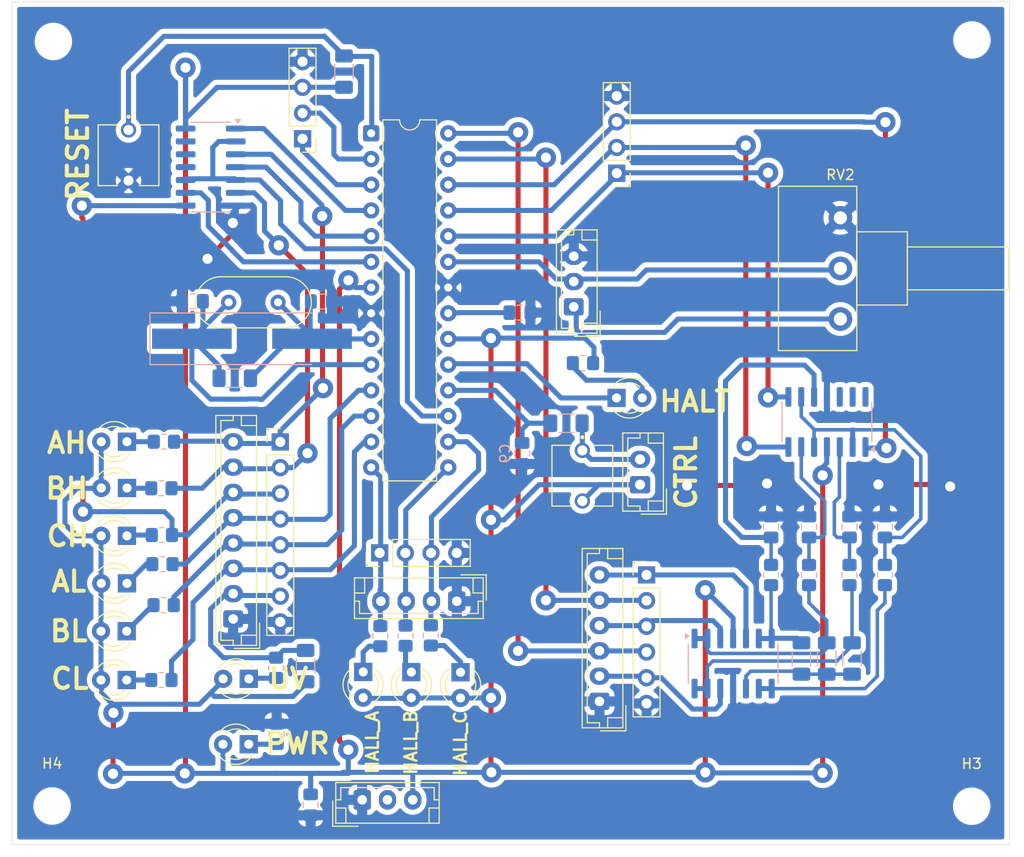
<source format=kicad_pcb>
(kicad_pcb (version 20241229) (generator "pcbnew") (generator_version "9.0")
  (layers (0 "F.Cu" signal) (2 "B.Cu" signal) (13 "F.Paste" user) (15 "B.Paste" user) (5 "F.SilkS" user "F.Silkscreen") (7 "B.SilkS" user "B.Silkscreen") (1 "F.Mask" user) (3 "B.Mask" user) (25 "Edge.Cuts" user))
  (net 0 "")
  (net 1 "GND")
  (net 2 "Net-(U1-XTAL1{slash}PB6)")
  (net 3 "Net-(U1-XTAL2{slash}PB7)")
  (net 4 "VN_voltageBuffFilt")
  (net 5 "AREF")
  (net 6 "Net-(D1-A)")
  (net 7 "Net-(D1-K)")
  (net 8 "HallA")
  (net 9 "Net-(D2-K)")
  (net 10 "Net-(D3-K)")
  (net 11 "HallC")
  (net 12 "HallB")
  (net 13 "Net-(D4-K)")
  (net 14 "Net-(D5-K)")
  (net 15 "Net-(D6-K)")
  (net 16 "Fault")
  (net 17 "PhaseC voltage")
  (net 18 "PhaseA current")
  (net 19 "PhaseB current")
  (net 20 "PhaseA voltage")
  (net 21 "PhaseB voltage")
  (net 22 "+5V")
  (net 23 "+3.3V")
  (net 24 "{slash}Logic_BL")
  (net 25 "{slash}Logic_CH")
  (net 26 "{slash}Logic_BH")
  (net 27 "{slash}Logic_CL")
  (net 28 "{slash}Logic_AH")
  (net 29 "{slash}Logic_AL")
  (net 30 "emfZCD_A")
  (net 31 "emfZCD_B")
  (net 32 "emfZCS_C")
  (net 33 "TX")
  (net 34 "RX")
  (net 35 "pot")
  (net 36 "Net-(U1-~{RESET}{slash}PC6)")
  (net 37 "AG_voltageBuff")
  (net 38 "VN")
  (net 39 "CG_voltageBuff")
  (net 40 "BG_voltageBuff")
  (net 41 "speed")
  (net 42 "MCU_AH")
  (net 43 "MCU_BH")
  (net 44 "MCU_CH")
  (net 48 "Net-(U3C--)")
  (net 49 "Net-(D7-K)")
  (net 50 "Net-(D8-K)")
  (net 51 "Net-(D9-K)")
  (net 52 "Net-(D10-K)")
  (net 53 "Net-(D11-K)")
  (net 54 "Net-(D12-K)")
  (net 55 "Net-(U2B--)")
  (net 56 "Net-(U2A-+)")
  (net 57 "Net-(U2C-+)")
  (net 58 "unconnected-(U2D---Pad13)")
  (net 61 "CTRL_BUTT")
  (net 62 "Net-(J13-Pin_2)")
  (footprint "Connector_PinHeader_2.54mm:PinHeader_1x08_P2.54mm_Vertical" (layer "F.Cu") (at 50.3575 64.935)
    (property "Reference" "J5" (hide yes))
    (property "Value" "Conn_01x08_Pin" (hide yes))
  )
  (footprint "LED_THT:LED_D3.0mm" (layer "F.Cu") (at 47.2375 94.805 180)
    (property "Reference" "D5" (hide yes))
    (property "Value" "PWR")
  )
  (footprint "LED_THT:LED_D3.0mm" (layer "F.Cu") (at 35.2075 64.91 180)
    (property "Reference" "D7" (hide yes))
    (property "Value" "AH")
  )
  (footprint "libMain:SW_BUTT-2" (layer "F.Cu") (at 35.3575 36.605 -90)
    (property "Reference" "SW1" (hide yes))
    (property "Value" "RESET")
  )
  (footprint "Connector_JST:JST_EH_B4B-EH-A_1x04_P2.50mm_Vertical" (layer "F.Cu") (at 67.8 80.675 180)
    (property "Reference" "J1" (hide yes))
    (property "Value" "Conn_01x04_Socket")
  )
  (footprint "Connector_JST:JST_EH_B6B-EH-A_1x06_P2.50mm_Vertical" (layer "F.Cu") (at 81.9 90.575 90)
    (property "Reference" "J2" (hide yes))
    (property "Value" "Conn_01x06_Socket")
  )
  (footprint "LED_THT:LED_D3.0mm" (layer "F.Cu") (at 35.1775 83.635 180)
    (property "Reference" "D11" (hide yes))
    (property "Value" "BL")
  )
  (footprint "Connector_PinHeader_2.54mm:PinHeader_1x04_P2.54mm_Vertical" (layer "F.Cu") (at 83.6075 38.375 180)
    (property "Reference" "J8" (hide yes))
    (property "Value" "Conn_01x04_Pin")
  )
  (footprint "Connector_PinHeader_2.54mm:PinHeader_1x04_P2.54mm_Vertical" (layer "F.Cu") (at 60.175 75.9 90)
    (property "Reference" "J6" (hide yes))
    (property "Value" "Conn_01x04_Pin")
  )
  (footprint "Crystal:Crystal_HC49-4H_Vertical" (layer "F.Cu") (at 45.2575 51.135)
    (property "Reference" "Y2" (hide yes))
    (property "Value" "Crystal")
  )
  (footprint "Connector_PinHeader_2.54mm:PinHeader_1x06_P2.54mm_Vertical" (layer "F.Cu") (at 86.5525 78.075)
    (property "Reference" "J7" (hide yes))
    (property "Value" "Conn_01x06_Pin")
  )
  (footprint "LED_THT:LED_D3.0mm" (layer "F.Cu") (at 35.1825 88.46 180)
    (property "Reference" "D12" (hide yes))
    (property "Value" "CL")
  )
  (footprint "Potentiometer_THT:Potentiometer_Piher_T-16H_Single_Horizontal" (layer "F.Cu") (at 105.7075 52.785)
    (property "Reference" "RV2")
    (property "Value" "R_Potentiometer")
  )
  (footprint "Package_DIP:DIP-28_W7.62mm" (layer "F.Cu") (at 59.3375 34.435)
    (property "Reference" "U1" (hide yes))
    (property "Value" "ATmega328P-P")
  )
  (footprint "Connector_JST:JST_EH_B3B-EH-A_1x03_P2.50mm_Vertical" (layer "F.Cu") (at 79.3575 51.585 90)
    (property "Reference" "J10" (hide yes))
    (property "Value" "Conn_01x03_Socket")
  )
  (footprint "MountingHole:MountingHole_3.2mm_M3" (layer "F.Cu") (at 27.9325 25.36)
    (property "Reference" "H1" (hide yes))
    (property "Value" "MountingHole")
  )
  (footprint "MountingHole:MountingHole_3.2mm_M3" (layer "F.Cu") (at 118.6825 100.935)
    (property "Reference" "H3")
    (property "Value" "MountingHole")
  )
  (footprint "Connector_PinHeader_2.54mm:PinHeader_1x04_P2.54mm_Vertical" (layer "F.Cu") (at 52.5575 34.975 180)
    (property "Reference" "J9" (hide yes))
    (property "Value" "Conn_01x04_Pin")
  )
  (footprint "Connector_JST:JST_EH_B2B-EH-A_1x02_P2.50mm_Vertical" (layer "F.Cu") (at 85.9075 69.16 90)
    (property "Reference" "J13" (hide yes))
    (property "Value" "CTRL")
  )
  (footprint "LED_THT:LED_D3.0mm" (layer "F.Cu") (at 35.2075 69.485 180)
    (property "Reference" "D8" (hide yes))
    (property "Value" "BH")
  )
  (footprint "Connector_JST:JST_EH_B3B-EH-A_1x03_P2.50mm_Vertical" (layer "F.Cu") (at 58.45 100.3)
    (property "Reference" "J3" (hide yes))
    (property "Value" "Conn_01x03_Socket")
  )
  (footprint "LED_THT:LED_D3.0mm" (layer "F.Cu") (at 63.3075 87.675 -90)
    (property "Reference" "D4" (hide yes))
    (property "Value" "HALL_B")
  )
  (footprint "Connector_JST:JST_EH_B8B-EH-A_1x08_P2.50mm_Vertical" (layer "F.Cu") (at 45.7 82.425 90)
    (property "Reference" "J4" (hide yes))
    (property "Value" "Conn_01x08_Socket")
  )
  (footprint "LED_THT:LED_D3.0mm" (layer "F.Cu") (at 47.2475 88.345 180)
    (property "Reference" "D6" (hide yes))
    (property "Value" "UV")
  )
  (footprint "libMain:SW_BUTT-2" (layer "F.Cu") (at 80.2075 68.2705 -90)
    (property "Reference" "SW3" (hide yes))
    (property "Value" "CTRL")
  )
  (footprint "MountingHole:MountingHole_3.2mm_M3" (layer "F.Cu") (at 118.7075 25.21)
    (property "Reference" "H2" (hide yes))
    (property "Value" "MountingHole")
  )
  (footprint "LED_THT:LED_D3.0mm" (layer "F.Cu") (at 83.5875 60.585)
    (property "Reference" "D1" (hide yes))
    (property "Value" "HALT")
  )
  (footprint "LED_THT:LED_D3.0mm" (layer "F.Cu") (at 35.2075 78.91 180)
    (property "Reference" "D10" (hide yes))
    (property "Value" "AL")
  )
  (footprint "LED_THT:LED_D3.0mm" (layer "F.Cu") (at 35.2025 74.21 180)
    (property "Reference" "D9" (hide yes))
    (property "Value" "CH")
  )
  (footprint "LED_THT:LED_D3.0mm" (layer "F.Cu") (at 58.5475 87.665 -90)
    (property "Reference" "D2" (hide yes))
    (property "Value" "HALL_A")
  )
  (footprint "MountingHole:MountingHole_3.2mm_M3" (layer "F.Cu") (at 27.8075 100.91)
    (property "Reference" "H4")
    (property "Value" "MountingHole")
  )
  (footprint "LED_THT:LED_D3.0mm" (layer "F.Cu") (at 68.1675 87.695 -90)
    (property "Reference" "D3" (hide yes))
    (property "Value" "HALL_C")
  )
  (footprint "Resistor_SMD:R_1206_3216Metric_Pad1.30x1.75mm_HandSolder" (layer "B.Cu") (at 101.8575 86.335 -90)
    (property "Reference" "R3" (hide yes))
    (property "Value" "10k")
  )
  (footprint "Crystal:Crystal_SMD_HC49-SD_HandSoldering" (layer "B.Cu") (at 47.5575 54.735)
    (property "Reference" "Y1" (hide yes))
    (property "Value" "Crystal")
  )
  (footprint "Resistor_SMD:R_1206_3216Metric_Pad1.30x1.75mm_HandSolder" (layer "B.Cu") (at 52.8575 87.085 90)
    (property "Reference" "R22" (hide yes))
    (property "Value" "10k")
  )
  (footprint "Capacitor_SMD:C_0805_2012Metric_Pad1.18x1.45mm_HandSolder" (layer "B.Cu") (at 110.1075 73.335 90)
    (property "Reference" "C3" (hide yes))
    (property "Value" "1u")
  )
  (footprint "Capacitor_SMD:C_0805_2012Metric_Pad1.18x1.45mm_HandSolder" (layer "B.Cu") (at 98.8575 73.335 90)
    (property "Reference" "C4" (hide yes))
    (property "Value" "1u")
  )
  (footprint "Capacitor_SMD:C_0805_2012Metric_Pad1.18x1.45mm_HandSolder" (layer "B.Cu") (at 102.6075 73.335 90)
    (property "Reference" "C5" (hide yes))
    (property "Value" "1u")
  )
  (footprint "Resistor_SMD:R_0805_2012Metric_Pad1.20x1.40mm_HandSolder" (layer "B.Cu") (at 102.6075 78.085 90)
    (property "Reference" "R8" (hide yes))
    (property "Value" "220")
  )
  (footprint "Capacitor_SMD:C_0805_2012Metric_Pad1.18x1.45mm_HandSolder" (layer "B.Cu") (at 54.4175 51.055)
    (property "Reference" "C1" (hide yes))
    (property "Value" "22p")
  )
  (footprint "Capacitor_SMD:C_0805_2012Metric_Pad1.18x1.45mm_HandSolder" (layer "B.Cu") (at 41.67 51.035 180)
    (property "Reference" "C2" (hide yes))
    (property "Value" "22p")
  )
  (footprint "Resistor_SMD:R_1206_3216Metric_Pad1.30x1.75mm_HandSolder" (layer "B.Cu") (at 106.8575 86.335 90)
    (property "Reference" "R4" (hide yes))
    (property "Value" "10k")
  )
  (footprint "Resistor_SMD:R_0805_2012Metric_Pad1.20x1.40mm_HandSolder" (layer "B.Cu") (at 49.9975 93.785 90)
    (property "Reference" "R14" (hide yes))
    (property "Value" "1k")
  )
  (footprint "Resistor_SMD:R_0805_2012Metric_Pad1.20x1.40mm_HandSolder" (layer "B.Cu") (at 62.7375 84.085 90)
    (property "Reference" "R12" (hide yes))
    (property "Value" "1k")
  )
  (footprint "Resistor_SMD:R_0805_2012Metric_Pad1.20x1.40mm_HandSolder" (layer "B.Cu") (at 38.8325 81.06)
    (property "Reference" "R20" (hide yes))
    (property "Value" "1k")
  )
  (footprint "Resistor_SMD:R_0805_2012Metric_Pad1.20x1.40mm_HandSolder" (layer "B.Cu") (at 38.8575 64.91)
    (property "Reference" "R16" (hide yes))
    (property "Value" "1k")
  )
  (footprint "Resistor_SMD:R_1206_3216Metric_Pad1.30x1.75mm_HandSolder" (layer "B.Cu") (at 104.3575 86.335 90)
    (property "Reference" "R5" (hide yes))
    (property "Value" "10k")
  )
  (footprint "Resistor_SMD:R_0805_2012Metric_Pad1.20x1.40mm_HandSolder" (layer "B.Cu") (at 80.2675 57.145 180)
    (property "Reference" "R10" (hide yes))
    (property "Value" "1k")
  )
  (footprint "Resistor_SMD:R_0805_2012Metric_Pad1.20x1.40mm_HandSolder" (layer "B.Cu") (at 98.8575 78.085 90)
    (property "Reference" "R7" (hide yes))
    (property "Value" "220")
  )
  (footprint "Resistor_SMD:R_0805_2012Metric_Pad1.20x1.40mm_HandSolder" (layer "B.Cu") (at 38.6075 88.46)
    (property "Reference" "R21" (hide yes))
    (property "Value" "1k")
  )
  (footprint "Package_SO:SOIC-14_3.9x8.7mm_P1.27mm" (layer "B.Cu") (at 43.4825 37.775 180)
    (property "Reference" "U4" (hide yes))
    (property "Value" "7400")
  )
  (footprint "Resistor_SMD:R_0805_2012Metric_Pad1.20x1.40mm_HandSolder" (layer "B.Cu") (at 38.7075 77.01)
    (property "Reference" "R19" (hide yes))
    (property "Value" "1k")
  )
  (footprint "Resistor_SMD:R_0805_2012Metric_Pad1.20x1.40mm_HandSolder" (layer "B.Cu") (at 60.2475 84.125 90)
    (property "Reference" "R13" (hide yes))
    (property "Value" "1k")
  )
  (footprint "Resistor_SMD:R_0805_2012Metric_Pad1.20x1.40mm_HandSolder" (layer "B.Cu") (at 106.6075 78.085 90)
    (property "Reference" "R9" (hide yes))
    (property "Value" "220")
  )
  (footprint "Capacitor_SMD:C_0805_2012Metric_Pad1.18x1.45mm_HandSolder" (layer "B.Cu") (at 74.0375 52.155)
    (property "Reference" "C7" (hide yes))
    (property "Value" "1u")
  )
  (footprint "Resistor_SMD:R_0805_2012Metric_Pad1.20x1.40mm_HandSolder" (layer "B.Cu") (at 110.1075 78.085 90)
    (property "Reference" "R6" (hide yes))
    (property "Value" "220")
  )
  (footprint "Capacitor_SMD:C_0805_2012Metric_Pad1.18x1.45mm_HandSolder" (layer "B.Cu") (at 106.6075 73.335 90)
    (property "Reference" "C6" (hide yes))
    (property "Value" "1u")
  )
  (footprint "Package_SO:SOIC-14_3.9x8.7mm_P1.27mm" (layer "B.Cu") (at 95.1075 86.835 -90)
    (property "Reference" "U3" (hide yes))
    (property "Value" "LM324")
  )
  (footprint "Capacitor_SMD:C_0805_2012Metric_Pad1.18x1.45mm_HandSolder" (layer "B.Cu") (at 53.3575 100.7975 -90)
    (property "Reference" "C8" (hide yes))
    (property "Value" "10u")
  )
  (footprint "Capacitor_SMD:C_0805_2012Metric_Pad1.18x1.45mm_HandSolder" (layer "B.Cu") (at 74.2575 66.0725 -90)
    (property "Reference" "C9")
    (property "Value" "100n")
  )
  (footprint "Resistor_SMD:R_1206_3216Metric_Pad1.30x1.75mm_HandSolder" (layer "B.Cu") (at 56.6575 28.335 90)
    (property "Reference" "R2" (hide yes))
    (property "Value" "10k")
  )
  (footprint "Resistor_SMD:R_0805_2012Metric_Pad1.20x1.40mm_HandSolder" (layer "B.Cu") (at 49.9375 87.255 90)
    (property "Reference" "R15" (hide yes))
    (property "Value" "1k")
  )
  (footprint "Resistor_SMD:R_0805_2012Metric_Pad1.20x1.40mm_HandSolder" (layer "B.Cu") (at 38.6075 69.51)
    (property "Reference" "R17" (hide yes))
    (property "Value" "1k")
  )
  (footprint "Resistor_SMD:R_0805_2012Metric_Pad1.20x1.40mm_HandSolder" (layer "B.Cu") (at 38.6575 74.135)
    (property "Reference" "R18" (hide yes))
    (property "Value" "1k")
  )
  (footprint "Resistor_SMD:R_0805_2012Metric_Pad1.20x1.40mm_HandSolder" (layer "B.Cu") (at 65.2375 84.055 90)
    (property "Reference" "R11" (hide yes))
    (property "Value" "1k")
  )
  (footprint "Resistor_SMD:R_1206_3216Metric_Pad1.30x1.75mm_HandSolder" (layer "B.Cu") (at 78.6325 63.085)
    (property "Reference" "R23" (hide yes))
    (property "Value" "10k")
  )
  (footprint "Resistor_SMD:R_1206_3216Metric_Pad1.30x1.75mm_HandSolder" (layer "B.Cu") (at 45.8575 58.635 180)
    (property "Reference" "R1" (hide yes))
    (property "Value" "1M")
  )
  (footprint "Package_SO:SOIC-14_3.9x8.7mm_P1.27mm" (layer "B.Cu") (at 104.3775 62.96 90)
    (property "Reference" "U2" (hide yes))
    (property "Value" "LM324")
  )
  (gr_rect (start 23.8575 21.44) (end 122.4075 104.72) (stroke (width 0.05)) (fill no) (layer "Edge.Cuts"))
  (segment (start 90.5575 69.235) (end 98.2575 69.235) (width 0.5) (layer "F.Cu") (net 1))
  (segment (start 109.4575 69.135) (end 116.3575 69.135) (width 0.5) (layer "F.Cu") (net 1))
  (segment (start 116.3575 69.135) (end 116.5575 69.335) (width 0.5) (layer "F.Cu") (net 1))
  (segment (start 45.6675 44.335) (end 43.1675 46.835) (width 0.5) (layer "F.Cu") (net 1))
  (segment (start 98.2575 69.235) (end 98.4575 69.035) (width 0.5) (layer "F.Cu") (net 1))
  (segment (start 45.6675 43.295) (end 45.6675 44.335) (width 0.5) (layer "F.Cu") (net 1))
  (via (at 98.4575 69.035) (size 2) (drill 1) (layers "F.Cu" "B.Cu") (net 1))
  (via (at 43.1675 46.835) (size 2) (drill 1) (layers "F.Cu" "B.Cu") (net 1))
  (via (at 45.6675 43.295) (size 2) (drill 1) (layers "F.Cu" "B.Cu") (net 1))
  (via (at 90.5575 69.235) (size 2) (drill 1) (layers "F.Cu" "B.Cu") (net 1))
  (via (at 116.5575 69.335) (size 2) (drill 1) (layers "F.Cu" "B.Cu") (net 1))
  (via (at 109.4575 69.135) (size 2) (drill 1) (layers "F.Cu" "B.Cu") (net 1))
  (segment (start 86.3625 90.585) (end 86.5525 90.775) (width 0.5) (layer "B.Cu") (net 1))
  (segment (start 82.3125 90.585) (end 86.3625 90.585) (width 0.5) (layer "B.Cu") (net 1))
  (segment (start 45.6675 42.23) (end 46.3125 41.585) (width 0.5) (layer "B.Cu") (net 1))
  (segment (start 45.6675 43.295) (end 45.6675 42.23) (width 0.5) (layer "B.Cu") (net 1))
  (segment (start 53.515 54.755) (end 53.495 54.735) (width 0.5) (layer "B.Cu") (net 2))
  (segment (start 53.3075 54.5475) (end 53.495 54.735) (width 0.5) (layer "B.Cu") (net 2))
  (segment (start 53.3075 51.035) (end 53.3075 54.5475) (width 0.5) (layer "B.Cu") (net 2))
  (segment (start 53.495 54.4925) (end 50.1375 51.135) (width 0.5) (layer "B.Cu") (net 2))
  (segment (start 47.4075 58.635) (end 51.3075 54.735) (width 0.5) (layer "B.Cu") (net 2))
  (segment (start 53.495 54.735) (end 53.495 54.4925) (width 0.5) (layer "B.Cu") (net 2))
  (segment (start 51.3075 54.735) (end 53.495 54.735) (width 0.5) (layer "B.Cu") (net 2))
  (segment (start 59.3375 54.755) (end 53.515 54.755) (width 0.5) (layer "B.Cu") (net 2))
  (segment (start 41.6575 54.735) (end 45.2575 51.135) (width 0.5) (layer "B.Cu") (net 3))
  (segment (start 48.372 60.735) (end 48.322 60.685) (width 0.5) (layer "B.Cu") (net 3))
  (segment (start 43.479792 60.707292) (end 41.62 58.8475) (width 0.5) (layer "B.Cu") (net 3))
  (segment (start 45.0575 50.935) (end 45.2575 51.135) (width 0.5) (layer "B.Cu") (net 3))
  (segment (start 44.3075 57.4225) (end 41.62 54.735) (width 0.5) (layer "B.Cu") (net 3))
  (segment (start 47.1065 60.707292) (end 43.479792 60.707292) (width 0.5) (layer "B.Cu") (net 3))
  (segment (start 42.7075 53.6475) (end 42.7075 51.035) (width 0.5) (layer "B.Cu") (net 3))
  (segment (start 47.128792 60.685) (end 47.1065 60.707292) (width 0.5) (layer "B.Cu") (net 3))
  (segment (start 41.62 54.735) (end 41.6575 54.735) (width 0.5) (layer "B.Cu") (net 3))
  (segment (start 44.3075 58.635) (end 44.3075 57.4225) (width 0.5) (layer "B.Cu") (net 3))
  (segment (start 48.322 60.685) (end 47.128792 60.685) (width 0.5) (layer "B.Cu") (net 3))
  (segment (start 51.9975 57.295) (end 48.5575 60.735) (width 0.5) (layer "B.Cu") (net 3))
  (segment (start 48.5575 60.735) (end 48.372 60.735) (width 0.5) (layer "B.Cu") (net 3))
  (segment (start 41.62 54.735) (end 42.7075 53.6475) (width 0.5) (layer "B.Cu") (net 3))
  (segment (start 59.3375 57.295) (end 51.9975 57.295) (width 0.5) (layer "B.Cu") (net 3))
  (segment (start 41.62 58.8475) (end 41.62 54.735) (width 0.5) (layer "B.Cu") (net 3))
  (segment (start 113.6575 72.535) (end 111.82 74.3725) (width 0.35) (layer "B.Cu") (net 4))
  (segment (start 111.0575 63.735) (end 113.6575 66.335) (width 0.35) (layer "B.Cu") (net 4))
  (segment (start 113.6575 66.335) (end 113.6575 72.535) (width 0.35) (layer "B.Cu") (net 4))
  (segment (start 106.9575 63.735) (end 111.0575 63.735) (width 0.35) (layer "B.Cu") (net 4))
  (segment (start 106.6675 63.735) (end 106.9575 63.735) (width 0.35) (layer "B.Cu") (net 4))
  (segment (start 103.3575 63.735) (end 103.1575 63.735) (width 0.35) (layer "B.Cu") (net 4))
  (segment (start 106.9175 63.775) (end 106.9575 63.735) (width 0.5) (layer "B.Cu") (net 4))
  (segment (start 103.1075 63.785) (end 103.1575 63.735) (width 0.35) (layer "B.Cu") (net 4))
  (segment (start 106.6675 63.735) (end 103.3575 63.735) (width 0.35) (layer "B.Cu") (net 4))
  (segment (start 103.1075 65.435) (end 103.1075 63.785) (width 0.35) (layer "B.Cu") (net 4))
  (segment (start 111.82 74.3725) (end 110.1075 74.3725) (width 0.35) (layer "B.Cu") (net 4))
  (segment (start 101.8375 62.415) (end 103.1575 63.735) (width 0.35) (layer "B.Cu") (net 4))
  (segment (start 101.8375 60.485) (end 101.8375 62.415) (width 0.35) (layer "B.Cu") (net 4))
  (segment (start 106.9175 65.435) (end 106.9175 63.775) (width 0.5) (layer "B.Cu") (net 4))
  (segment (start 110.1075 74.3725) (end 110.1075 77.085) (width 0.35) (layer "B.Cu") (net 4))
  (segment (start 73 52.155) (end 68.0075 52.155) (width 0.5) (layer "B.Cu") (net 5))
  (segment (start 67.9875 52.175) (end 66.9975 52.175) (width 0.5) (layer "B.Cu") (net 5))
  (segment (start 66.9975 52.175) (end 66.9575 52.215) (width 0.5) (layer "B.Cu") (net 5))
  (segment (start 79.2675 57.495) (end 79.2675 57.145) (width 0.5) (layer "B.Cu") (net 6))
  (segment (start 80.6075 58.835) (end 79.2675 57.495) (width 0.5) (layer "B.Cu") (net 6))
  (segment (start 86.1275 59.605) (end 85.3575 58.835) (width 0.5) (layer "B.Cu") (net 6))
  (segment (start 85.3575 58.835) (end 80.6075 58.835) (width 0.5) (layer "B.Cu") (net 6))
  (segment (start 86.1275 60.585) (end 86.1275 59.605) (width 0.5) (layer "B.Cu") (net 6))
  (segment (start 78.1075 60.585) (end 74.7275 57.205) (width 0.5) (layer "B.Cu") (net 7))
  (segment (start 74.6175 57.205) (end 74.1075 57.205) (width 0.5) (layer "B.Cu") (net 7))
  (segment (start 74.1075 57.205) (end 67.0475 57.205) (width 0.5) (layer "B.Cu") (net 7))
  (segment (start 83.5875 60.585) (end 78.1075 60.585) (width 0.5) (layer "B.Cu") (net 7))
  (segment (start 74.7275 57.205) (end 74.1075 57.205) (width 0.5) (layer "B.Cu") (net 7))
  (segment (start 67.0475 57.205) (end 66.9575 57.295) (width 0.5) (layer "B.Cu") (net 7))
  (segment (start 60.2675 68.385) (end 60.2775 68.395) (width 0.5) (layer "B.Cu") (net 8))
  (segment (start 60.2875 79.495) (end 60.1975 79.585) (width 0.5) (layer "B.Cu") (net 8))
  (segment (start 60.1975 79.585) (end 60.2375 79.625) (width 0.5) (layer "B.Cu") (net 8))
  (segment (start 59.3375 67.455) (end 60.2675 68.385) (width 0.5) (layer "B.Cu") (net 8))
  (segment (start 60.2375 79.625) (end 60.2375 80.595) (width 0.5) (layer "B.Cu") (net 8))
  (segment (start 60.2875 78.135) (end 60.2875 79.495) (width 0.5) (layer "B.Cu") (net 8))
  (segment (start 60.2775 78.125) (end 60.2875 78.135) (width 0.5) (layer "B.Cu") (net 8))
  (segment (start 60.2475 83.125) (end 60.2475 80.605) (width 0.5) (layer "B.Cu") (net 8))
  (segment (start 60.2775 68.395) (end 60.2775 78.125) (width 0.5) (layer "B.Cu") (net 8))
  (segment (start 60.2475 80.605) (end 60.2375 80.595) (width 0.5) (layer "B.Cu") (net 8))
  (segment (start 59.1275 85.125) (end 58.5475 85.705) (width 0.5) (layer "B.Cu") (net 9))
  (segment (start 60.2475 85.125) (end 59.1275 85.125) (width 0.5) (layer "B.Cu") (net 9))
  (segment (start 58.5475 85.705) (end 58.5475 87.665) (width 0.5) (layer "B.Cu") (net 9))
  (segment (start 65.2375 85.055) (end 66.5575 85.055) (width 0.5) (layer "B.Cu") (net 10))
  (segment (start 68.1675 86.665) (end 68.1675 87.695) (width 0.5) (layer "B.Cu") (net 10))
  (segment (start 66.5575 85.055) (end 68.1675 86.665) (width 0.5) (layer "B.Cu") (net 10))
  (segment (start 69.9475 67.705) (end 65.2975 72.355) (width 0.5) (layer "B.Cu") (net 11))
  (segment (start 66.9575 64.915) (end 68.7975 64.915) (width 0.5) (layer "B.Cu") (net 11))
  (segment (start 65.2375 83.055) (end 65.2375 80.595) (width 0.5) (layer "B.Cu") (net 11))
  (segment (start 65.2875 80.545) (end 65.2375 80.595) (width 0.5) (layer "B.Cu") (net 11))
  (segment (start 69.9475 66.065) (end 69.9475 67.705) (width 0.5) (layer "B.Cu") (net 11))
  (segment (start 65.2875 74.735) (end 65.2875 80.545) (width 0.5) (layer "B.Cu") (net 11))
  (segment (start 65.2975 74.725) (end 65.2875 74.735) (width 0.5) (layer "B.Cu") (net 11))
  (segment (start 65.2975 72.355) (end 65.2975 74.725) (width 0.5) (layer "B.Cu") (net 11))
  (segment (start 68.7975 64.915) (end 69.9475 66.065) (width 0.5) (layer "B.Cu") (net 11))
  (segment (start 62.7575 71.675) (end 62.7475 71.665) (width 0.5) (layer "B.Cu") (net 12))
  (segment (start 62.7375 83.085) (end 62.7375 80.595) (width 0.5) (layer "B.Cu") (net 12))
  (segment (start 62.7375 80.595) (end 62.7375 77.835) (width 0.5) (layer "B.Cu") (net 12))
  (segment (start 62.7475 71.665) (end 66.9575 67.455) (width 0.5) (layer "B.Cu") (net 12))
  (segment (start 62.7575 77.755) (end 62.7575 71.675) (width 0.5) (layer "B.Cu") (net 12))
  (segment (start 62.7375 87.105) (end 62.7375 85.085) (width 0.5) (layer "B.Cu") (net 13))
  (segment (start 63.3075 87.675) (end 62.7375 87.105) (width 0.5) (layer "B.Cu") (net 13))
  (segment (start 49.9775 94.805) (end 49.9975 94.785) (width 0.5) (layer "B.Cu") (net 14))
  (segment (start 47.2375 94.805) (end 49.9775 94.805) (width 0.5) (layer "B.Cu") (net 14))
  (segment (start 49.7075 88.285) (end 47.3075 88.285) (width 0.5) (layer "B.Cu") (net 15))
  (segment (start 47.3075 88.285) (end 47.2475 88.345) (width 0.5) (layer "B.Cu") (net 15))
  (segment (start 45.7325 80.105) (end 50.3375 80.105) (width 0.5) (layer "B.Cu") (net 16))
  (segment (start 50.3375 80.105) (end 50.3575 80.085) (width 0.5) (layer "B.Cu") (net 16))
  (segment (start 52.8575 85.535) (end 50.6575 85.535) (width 0.5) (layer "B.Cu") (net 16))
  (segment (start 50.4175 80.115) (end 50.3575 80.175) (width 0.5) (layer "B.Cu") (net 16))
  (segment (start 46.2825 80.06) (end 44.8625 80.06) (width 0.5) (layer "B.Cu") (net 16))
  (segment (start 43.4775 85.005) (end 44.7275 86.255) (width 0.5) (layer "B.Cu") (net 16))
  (segment (start 50.6575 85.535) (end 49.9375 86.255) (width 0.5) (layer "B.Cu") (net 16))
  (segment (start 43.4775 81.445) (end 43.4775 85.005) (width 0.5) (layer "B.Cu") (net 16))
  (segment (start 44.7275 86.255) (end 49.9375 86.255) (width 0.5) (layer "B.Cu") (net 16))
  (segment (start 44.8625 80.06) (end 43.4775 81.445) (width 0.5) (layer "B.Cu") (net 16))
  (segment (start 91.1075 91.335) (end 88.0075 88.235) (width 0.5) (layer "B.Cu") (net 17))
  (segment (start 93.8375 90.855) (end 93.3575 91.335) (width 0.5) (layer "B.Cu") (net 17))
  (segment (start 93.3575 91.335) (end 91.1075 91.335) (width 0.5) (layer "B.Cu") (net 17))
  (segment (start 86.4025 88.085) (end 86.5525 88.235) (width 0.5) (layer "B.Cu") (net 17))
  (segment (start 93.8375 89.31) (end 93.8375 90.855) (width 0.5) (layer "B.Cu") (net 17))
  (segment (start 82.3125 88.085) (end 86.4025 88.085) (width 0.5) (layer "B.Cu") (net 17))
  (segment (start 88.0075 88.235) (end 86.5525 88.235) (width 0.5) (layer "B.Cu") (net 17))
  (segment (start 76.6075 80.585) (end 76.6075 36.835) (width 0.5) (layer "F.Cu") (net 18))
  (via (at 76.6075 36.835) (size 2) (drill 1) (layers "F.Cu" "B.Cu") (net 18))
  (via (at 76.6075 80.585) (size 2) (drill 1) (layers "F.Cu" "B.Cu") (net 18))
  (segment (start 86.5225 80.585) (end 86.5525 80.615) (width 0.5) (layer "B.Cu") (net 18))
  (segment (start 66.9575 36.975) (end 76.4675 36.975) (width 0.5) (layer "B.Cu") (net 18))
  (segment (start 82.3125 80.585) (end 76.6075 80.585) (width 0.5) (layer "B.Cu") (net 18))
  (segment (start 76.4675 36.975) (end 76.6075 36.835) (width 0.5) (layer "B.Cu") (net 18))
  (segment (start 82.3125 80.585) (end 86.5225 80.585) (width 0.5) (layer "B.Cu") (net 18))
  (segment (start 73.8575 34.335) (end 73.8575 85.585) (width 0.5) (layer "F.Cu") (net 19))
  (via (at 73.8575 85.585) (size 2) (drill 1) (layers "F.Cu" "B.Cu") (net 19))
  (via (at 73.8575 34.335) (size 2) (drill 1) (layers "F.Cu" "B.Cu") (net 19))
  (segment (start 73.7575 34.435) (end 66.9575 34.435) (width 0.5) (layer "B.Cu") (net 19))
  (segment (start 86.4425 85.585) (end 86.5525 85.695) (width 0.5) (layer "B.Cu") (net 19))
  (segment (start 82.3125 85.585) (end 86.4425 85.585) (width 0.5) (layer "B.Cu") (net 19))
  (segment (start 73.8575 85.585) (end 82.3125 85.585) (width 0.5) (layer "B.Cu") (net 19))
  (segment (start 73.8575 34.335) (end 73.7575 34.435) (width 0.5) (layer "B.Cu") (net 19))
  (segment (start 82.3125 78.085) (end 86.5425 78.085) (width 0.5) (layer "B.Cu") (net 20))
  (segment (start 96.3775 84.36) (end 96.3775 79.355) (width 0.5) (layer "B.Cu") (net 20))
  (segment (start 95.0975 78.075) (end 86.5525 78.075) (width 0.5) (layer "B.Cu") (net 20))
  (segment (start 96.3775 79.355) (end 95.0975 78.075) (width 0.5) (layer "B.Cu") (net 20))
  (segment (start 86.5425 78.085) (end 86.5525 78.075) (width 0.5) (layer "B.Cu") (net 20))
  (segment (start 93.1075 82.585) (end 87.1225 82.585) (width 0.5) (layer "B.Cu") (net 21))
  (segment (start 86.4825 83.085) (end 86.5525 83.155) (width 0.5) (layer "B.Cu") (net 21))
  (segment (start 93.8375 83.315) (end 93.1075 82.585) (width 0.5) (layer "B.Cu") (net 21))
  (segment (start 87.1225 82.585) (end 86.5525 83.155) (width 0.5) (layer "B.Cu") (net 21))
  (segment (start 82.3125 83.085) (end 86.4825 83.085) (width 0.5) (layer "B.Cu") (net 21))
  (segment (start 93.8375 84.36) (end 93.8375 83.315) (width 0.5) (layer "B.Cu") (net 21))
  (segment (start 33.8675 91.705) (end 33.8675 93.845) (width 0.5) (layer "F.Cu") (net 22))
  (segment (start 40.9875 27.945) (end 40.9875 97.615) (width 0.5) (layer "F.Cu") (net 22))
  (segment (start 40.9875 97.615) (end 40.9175 97.685) (width 0.5) (layer "F.Cu") (net 22))
  (segment (start 33.8675 93.845) (end 33.8275 93.885) (width 0.5) (layer "F.Cu") (net 22))
  (segment (start 56.2075 49.835) (end 56.2075 94.485) (width 0.5) (layer "F.Cu") (net 22))
  (segment (start 33.8275 93.885) (end 33.8275 97.725) (width 0.5) (layer "F.Cu") (net 22))
  (segment (start 71.1775 90.225) (end 71.1775 97.545) (width 0.5) (layer "F.Cu") (net 22))
  (segment (start 71.1775 72.635) (end 71.1775 54.675) (width 0.5) (layer "F.Cu") (net 22))
  (segment (start 92.3575 79.585) (end 92.3575 97.585) (width 0.5) (layer "F.Cu") (net 22))
  (segment (start 57.0875 48.955) (end 56.2075 49.835) (width 0.5) (layer "F.Cu") (net 22))
  (segment (start 103.9575 68.235) (end 103.9575 97.635) (width 0.5) (layer "F.Cu") (net 22))
  (segment (start 56.2075 94.485) (end 57.0775 95.355) (width 0.5) (layer "F.Cu") (net 22))
  (segment (start 71.1775 97.545) (end 71.2175 97.585) (width 0.5) (layer "F.Cu") (net 22))
  (segment (start 71.1775 72.635) (end 71.1775 90.225) (width 0.5) (layer "F.Cu") (net 22))
  (via (at 57.0775 95.355) (size 2) (drill 1) (layers "F.Cu" "B.Cu") (net 22))
  (via (at 40.9175 97.685) (size 2) (drill 1) (layers "F.Cu" "B.Cu") (net 22))
  (via (at 33.8275 97.725) (size 2) (drill 1) (layers "F.Cu" "B.Cu") (net 22))
  (via (at 92.3575 79.585) (size 2) (drill 1) (layers "F.Cu" "B.Cu") (net 22))
  (via (at 92.3575 97.585) (size 2) (drill 1) (layers "F.Cu" "B.Cu") (net 22))
  (via (at 71.2175 97.585) (size 2) (drill 1) (layers "F.Cu" "B.Cu") (net 22))
  (via (at 71.1775 90.225) (size 2) (drill 1) (layers "F.Cu" "B.Cu") (net 22))
  (via (at 103.9575 97.635) (size 2) (drill 1) (layers "F.Cu" "B.Cu") (net 22))
  (via (at 33.8675 91.705) (size 2) (drill 1) (layers "F.Cu" "B.Cu") (net 22))
  (via (at 57.0875 48.955) (size 2) (drill 1) (layers "F.Cu" "B.Cu") (net 22))
  (via (at 71.1775 54.675) (size 2) (drill 1) (layers "F.Cu" "B.Cu") (net 22))
  (via (at 40.9875 27.945) (size 2) (drill 1) (layers "F.Cu" "B.Cu") (net 22))
  (via (at 71.1775 72.635) (size 2) (drill 1) (layers "F.Cu" "B.Cu") (net 22))
  (via (at 103.9575 68.235) (size 2) (drill 1) (layers "F.Cu" "B.Cu") (net 22))
  (segment (start 89.6575 52.785) (end 88.3325 54.11) (width 0.5) (layer "B.Cu") (net 22))
  (segment (start 79.6075 51.335) (end 79.6075 53.835) (width 0.5) (layer "B.Cu") (net 22))
  (segment (start 71.1975 72.635) (end 72.4575 72.635) (width 0.5) (layer "B.Cu") (net 22))
  (segment (start 105.7075 52.785) (end 89.6575 52.785) (width 0.5) (layer "B.Cu") (net 22))
  (segment (start 43.8575 90.085) (end 43.4975 89.725) (width 0.5) (layer "B.Cu") (net 22))
  (segment (start 103.9575 97.635) (end 92.4075 97.635) (width 0.5) (layer "B.Cu") (net 22))
  (segment (start 81.3575 55.585) (end 81.3575 57.055) (width 0.5) (layer "B.Cu") (net 22))
  (segment (start 33.7875 90.855) (end 32.7075 89.775) (width 0.5) (layer "B.Cu") (net 22))
  (segment (start 44.6975 94.805) (end 44.6975 97.625) (width 0.5) (layer "B.Cu") (net 22))
  (segment (start 57.0775 97.685) (end 56.4275 97.685) (width 0.5) (layer "B.Cu") (net 22))
  (segment (start 44.0975 29.895) (end 52.5575 29.895) (width 0.5) (layer "B.Cu") (net 22))
  (segment (start 32.7075 89.775) (end 32.7075 88.525) (width 0.5) (layer "B.Cu") (net 22))
  (segment (start 30.9475 69.515) (end 32.6375 69.515) (width 0.5) (layer "B.Cu") (net 22))
  (segment (start 57.0775 95.355) (end 57.0775 97.685) (width 0.5) (layer "B.Cu") (net 22))
  (segment (start 79.8575 54.675) (end 80.4475 54.675) (width 0.5) (layer "B.Cu") (net 22))
  (segment (start 30.2325 74.21) (end 29.0775 73.055) (width 0.5) (layer "B.Cu") (net 22))
  (segment (start 51.6075 90.085) (end 43.8575 90.085) (width 0.5) (layer "B.Cu") (net 22))
  (segment (start 79.6075 53.835) (end 80.4475 54.675) (width 0.5) (layer "B.Cu") (net 22))
  (segment (start 29.0775 73.055) (end 29.0775 70.715) (width 0.5) (layer "B.Cu") (net 22))
  (segment (start 44.7075 88.345) (end 44.7075 88.515) (width 0.5) (layer "B.Cu") (net 22))
  (segment (start 81.818 69.16) (end 80.2075 70.7705) (width 0.5) (layer "B.Cu") (net 22))
  (segment (start 75.9325 69.16) (end 85.9075 69.16) (width 0.5) (layer "B.Cu") (net 22))
  (segment (start 92.4075 97.635) (end 92.3575 97.585) (width 0.5) (layer "B.Cu") (net 22))
  (segment (start 30.2975 69.495) (end 30.9275 69.495) (width 0.5) (layer "B.Cu") (net 22))
  (segment (start 92.3575 97.585) (end 71.2175 97.585) (width 0.5) (layer "B.Cu") (net 22))
  (segment (start 32.6425 74.23) (end 32.6625 74.21) (width 0.5) (layer "B.Cu") (net 22))
  (segment (start 29.0775 70.715) (end 30.2975 69.495) (width 0.5) (layer "B.Cu") (net 22))
  (segment (start 71.1775 72.615) (end 71.1975 72.635) (width 0.5) (layer "B.Cu") (net 22))
  (segment (start 42.3675 90.855) (end 33.7875 90.855) (width 0.5) (layer "B.Cu") (net 22))
  (segment (start 32.6675 69.485) (end 32.6675 64.91) (width 0.5) (layer "B.Cu") (net 22))
  (segment (start 44.7075 88.515) (end 43.4975 89.725) (width 0.5) (layer "B.Cu") (net 22))
  (segment (start 62.7275 90.275) (end 62.7375 90.265) (width 0.5) (layer "B.Cu") (net 22))
  (segment (start 44.6975 97.625) (end 44.7575 97.685) (width 0.5) (layer "B.Cu") (net 22))
  (segment (start 104.3575 67.035) (end 103.9575 67.435) (width 0.5) (layer "B.Cu") (net 22))
  (segment (start 30.9275 69.495) (end 30.9475 69.515) (width 0.5) (layer "B.Cu") (net 22))
  (segment (start 57.0875 48.955) (end 57.8075 49.675) (width 0.5) (layer "B.Cu") (net 22))
  (segment (start 33.8675 97.685) (end 33.8275 97.725) (width 0.5) (layer "B.Cu") (net 22))
  (segment (start 32.6375 69.515) (end 32.6675 69.485) (width 0.5) (layer "B.Cu") (net 22))
  (segment (start 63.45 100.3) (end 63.45 97.635) (width 0.5) (layer "B.Cu") (net 22))
  (segment (start 103.9575 67.435) (end 103.9575 68.235) (width 0.5) (layer "B.Cu") (net 22))
  (segment (start 81.3575 57.055) (end 81.2675 57.145) (width 0.5) (layer "B.Cu") (net 22))
  (segment (start 71.2175 97.585) (end 56.5275 97.585) (width 0.5) (layer "B.Cu") (net 22))
  (segment (start 67.6375 90.235) (end 62.7675 90.235) (width 0.5) (layer "B.Cu") (net 22))
  (segment (start 71.1775 54.675) (end 79.8575 54.675) (width 0.5) (layer "B.Cu") (net 22))
  (segment (start 95.1075 84.36) (end 95.1075 82.335) (width 0.5) (layer "B.Cu") (net 22))
  (segment (start 80.4225 54.11) (end 79.8575 54.675) (width 0.5) (layer "B.Cu") (net 22))
  (segment (start 71.1775 72.635) (end 71.1775 72.615) (width 0.5) (layer "B.Cu") (net 22))
  (segment (start 85.9075 69.16) (end 81.818 69.16) (width 0.5) (layer "B.Cu") (net 22))
  (segment (start 62.7675 90.235) (end 62.7375 90.265) (width 0.5) (layer "B.Cu") (net 22))
  (segment (start 104.3575 65.455) (end 104.3575 67.035) (width 0.5) (layer "B.Cu") (net 22))
  (segment (start 41.0075 33.965) (end 41.0075 32.985) (width 0.5) (layer "B.Cu") (net 22))
  (segment (start 95.1075 82.335) (end 92.3575 79.585) (width 0.5) (layer "B.Cu") (net 22))
  (segment (start 52.8575 88.835) (end 51.6075 90.085) (width 0.5) (layer "B.Cu") (net 22))
  (segment (start 57.9075 90.275) (end 62.7275 90.275) (width 0.5) (layer "B.Cu") (net 22))
  (segment (start 70.4575 54.755) (end 70.4875 54.785) (width 0.5) (layer "B.Cu") (net 22))
  (segment (start 67.6375 90.235) (end 71.1675 90.235) (width 0.5) (layer "B.Cu") (net 22))
  (segment (start 41.0075 27.965) (end 40.9875 27.945) (width 0.5) (layer "B.Cu") (net 22))
  (segment (start 57.8075 49.675) (end 59.3375 49.675) (width 0.5) (layer "B.Cu") (net 22))
  (segment (start 33.8675 90.935) (end 33.7875 90.855) (width 0.5) (layer "B.Cu") (net 22))
  (segment (start 66.9575 54.755) (end 70.4575 54.755) (width 0.5) (layer "B.Cu") (net 22))
  (segment (start 49.9975 97.685) (end 44.7575 97.685) (width 0.5) (layer "B.Cu") (net 22))
  (segment (start 33.8675 91.705) (end 33.8675 90.935) (width 0.5) (layer "B.Cu") (net 22))
  (segment (start 52.8575 88.635) (end 52.8575 88.835) (width 0.5) (layer "B.Cu") (net 22))
  (segment (start 40.9175 97.685) (end 33.8675 97.685) (width 0.5) (layer "B.Cu") (net 22))
  (segment (start 32.6625 74.21) (end 30.2325 74.21) (width 0.5) (layer "B.Cu") (net 22))
  (segment (start 41.0075 32.985) (end 44.0975 29.895) (width 0.5) (layer "B.Cu") (net 22))
  (segment (start 32.6425 88.46) (end 32.6425 74.23) (width 0.5) (layer "B.Cu") (net 22))
  (segment (start 53.3575 99.76) (end 53.3575 97.685) (width 0.5) (layer "B.Cu") (net 22))
  (segment (start 44.7575 97.685) (end 40.9175 97.685) (width 0.5) (layer "B.Cu") (net 22))
  (segment (start 56.4275 97.685) (end 53.3575 97.685) (width 0.5) (layer "B.Cu") (net 22))
  (segment (start 70.5975 54.675) (end 71.1775 54.675) (width 0.5) (layer "B.Cu") (net 22))
  (segment (start 52.5675 29.885) (end 52.5575 29.895) (width 0.5) (layer "B.Cu") (net 22))
  (segment (start 32.7075 88.525) (end 32.6425 88.46) (width 0.5) (layer "B.Cu") (net 22))
  (segment (start 56.5275 97.585) (end 56.4275 97.685) (width 0.5) (layer "B.Cu") (net 22))
  (segment (start 104.3775 65.435) (end 104.3575 65.455) (width 0.5) (layer "B.Cu") (net 22))
  (segment (start 70.4875 54.785) (end 70.5975 54.675) (width 0.5) (layer "B.Cu") (net 22))
  (segment (start 41.0075 33.965) (end 41.0075 27.965) (width 0.5) (layer "B.Cu") (net 22))
  (segment (start 88.3325 54.11) (end 80.4225 54.11) (width 0.5) (layer "B.Cu") (net 22))
  (segment (start 56.6575 29.885) (end 52.5675 29.885) (width 0.5) (layer "B.Cu") (net 22))
  (segment (start 80.4475 54.675) (end 81.3575 55.585) (width 0.5) (layer "B.Cu") (net 22))
  (segment (start 71.1675 90.235) (end 71.1775 90.225) (width 0.5) (layer "B.Cu") (net 22))
  (segment (start 43.4975 89.725) (end 42.3675 90.855) (width 0.5) (layer "B.Cu") (net 22))
  (segment (start 72.4575 72.635) (end 75.9325 69.16) (width 0.5) (layer "B.Cu") (net 22))
  (segment (start 53.3575 97.685) (end 49.9975 97.685) (width 0.5) (layer "B.Cu") (net 22))
  (segment (start 45.0325 75.06) (end 46.2825 75.06) (width 0.5) (layer "B.Cu") (net 24))
  (segment (start 54.9825 75.085) (end 50.3575 75.085) (width 0.5) (layer "B.Cu") (net 24))
  (segment (start 56.4325 63.61) (end 56.4325 73.635) (width 0.5) (layer "B.Cu") (net 24))
  (segment (start 56.4325 73.635) (end 54.9825 75.085) (width 0.5) (layer "B.Cu") (net 24))
  (segment (start 57.6675 62.375) (end 56.4325 63.61) (width 0.5) (layer "B.Cu") (net 24))
  (segment (start 39.8325 81.06) (end 39.8325 80.26) (width 0.5) (layer "B.Cu") (net 24))
  (segment (start 50.2975 75.025) (end 50.3575 75.085) (width 0.5) (layer "B.Cu") (net 24))
  (segment (start 39.8325 80.26) (end 45.0325 75.06) (width 0.5) (layer "B.Cu") (net 24))
  (segment (start 59.3375 62.375) (end 57.6675 62.375) (width 0.5) (layer "B.Cu") (net 24))
  (segment (start 45.7325 75.025) (end 50.2975 75.025) (width 0.5) (layer "B.Cu") (net 24))
  (segment (start 30.7475 41.585) (end 30.7475 42.745) (width 0.5) (layer "F.Cu") (net 25))
  (segment (start 30.8575 42.855) (end 30.8575 71.825) (width 0.5) (layer "F.Cu") (net 25))
  (segment (start 30.7475 42.745) (end 30.8575 42.855) (width 0.5) (layer "F.Cu") (net 25))
  (via (at 30.7475 41.585) (size 2) (drill 1) (layers "F.Cu" "B.Cu") (net 25))
  (via (at 30.8575 71.825) (size 2) (drill 1) (layers "F.Cu" "B.Cu") (net 25))
  (segment (start 50.3575 70.085) (end 45.8725 70.085) (width 0.5) (layer "B.Cu") (net 25))
  (segment (start 30.8575 71.825) (end 38.9075 71.825) (width 0.5) (layer "B.Cu") (net 25))
  (segment (start 39.6825 74.11) (end 39.6575 74.135) (width 0.5) (layer "B.Cu") (net 25))
  (segment (start 30.7475 41.585) (end 41.0075 41.585) (width 0.5) (layer "B.Cu") (net 25))
  (segment (start 42.7575 72.585) (end 41.2325 74.11) (width 0.5) (layer "B.Cu") (net 25))
  (segment (start 45.7325 69.945) (end 45.3975 69.945) (width 0.5) (layer "B.Cu") (net 25))
  (segment (start 39.6575 72.575) (end 39.6575 74.135) (width 0.5) (layer "B.Cu") (net 25))
  (segment (start 45.3975 69.945) (end 42.7575 72.585) (width 0.5) (layer "B.Cu") (net 25))
  (segment (start 41.2325 74.11) (end 39.6825 74.11) (width 0.5) (layer "B.Cu") (net 25))
  (segment (start 45.8725 70.085) (end 45.7325 69.945) (width 0.5) (layer "B.Cu") (net 25))
  (segment (start 38.9075 71.825) (end 39.6575 72.575) (width 0.5) (layer "B.Cu") (net 25))
  (segment (start 53.0475 48.345) (end 50.2075 45.505) (width 0.5) (layer "F.Cu") (net 26))
  (segment (start 53.0475 66.045) (end 53.0475 48.345) (width 0.5) (layer "F.Cu") (net 26))
  (via (at 53.0475 66.045) (size 2) (drill 1) (layers "F.Cu" "B.Cu") (net 26))
  (via (at 50.2075 45.505) (size 2) (drill 1) (layers "F.Cu" "B.Cu") (net 26))
  (segment (start 50.3575 67.475) (end 51.6175 67.475) (width 0.5) (layer "B.Cu") (net 26))
  (segment (start 48.7975 41.325) (end 47.7875 40.315) (width 0.5) (layer "B.Cu") (net 26))
  (segment (start 45.7325 67.405) (end 45.9125 67.585) (width 0.5) (layer "B.Cu") (net 26))
  (segment (start 42.6325 69.51) (end 44.7075 67.435) (width 0.5) (layer "B.Cu") (net 26))
  (segment (start 44.7075 67.435) (end 45.7025 67.435) (width 0.5) (layer "B.Cu") (net 26))
  (segment (start 51.6175 67.475) (end 53.0475 66.045) (width 0.5) (layer "B.Cu") (net 26))
  (segment (start 45.7025 67.435) (end 45.7325 67.405) (width 0.5) (layer "B.Cu") (net 26))
  (segment (start 47.7875 40.315) (end 45.9575 40.315) (width 0.5) (layer "B.Cu") (net 26))
  (segment (start 48.7975 44.095) (end 48.7975 41.325) (width 0.5) (layer "B.Cu") (net 26))
  (segment (start 45.9125 67.585) (end 50.3575 67.585) (width 0.5) (layer "B.Cu") (net 26))
  (segment (start 50.2075 45.505) (end 48.7975 44.095) (width 0.5) (layer "B.Cu") (net 26))
  (segment (start 39.6075 69.51) (end 42.6325 69.51) (width 0.5) (layer "B.Cu") (net 26))
  (segment (start 57.6825 75.185) (end 55.3075 77.56) (width 0.5) (layer "B.Cu") (net 27))
  (segment (start 50.3375 77.565) (end 50.3575 77.585) (width 0.5) (layer "B.Cu") (net 27))
  (segment (start 39.6075 86.585) (end 41.7325 84.46) (width 0.5) (layer "B.Cu") (net 27))
  (segment (start 45.7325 77.565) (end 50.3375 77.565) (width 0.5) (layer "B.Cu") (net 27))
  (segment (start 41.7325 84.46) (end 41.7325 80.81) (width 0.5) (layer "B.Cu") (net 27))
  (segment (start 41.7325 80.81) (end 44.9825 77.56) (width 0.5) (layer "B.Cu") (net 27))
  (segment (start 44.9825 77.56) (end 46.2825 77.56) (width 0.5) (layer "B.Cu") (net 27))
  (segment (start 59.3375 64.915) (end 58.6775 64.915) (width 0.5) (layer "B.Cu") (net 27))
  (segment (start 58.6775 64.915) (end 57.6825 65.91) (width 0.5) (layer "B.Cu") (net 27))
  (segment (start 55.3075 77.56) (end 50.3825 77.56) (width 0.5) (layer "B.Cu") (net 27))
  (segment (start 39.6075 88.46) (end 39.6075 86.585) (width 0.5) (layer "B.Cu") (net 27))
  (segment (start 50.3825 77.56) (end 50.3575 77.585) (width 0.5) (layer "B.Cu") (net 27))
  (segment (start 57.6825 65.91) (end 57.6825 75.185) (width 0.5) (layer "B.Cu") (net 27))
  (segment (start 54.5775 59.615) (end 54.5775 59.385) (width 0.5) (layer "F.Cu") (net 28))
  (segment (start 54.5275 59.335) (end 54.5275 42.645) (width 0.5) (layer "F.Cu") (net 28))
  (segment (start 54.5775 59.385) (end 54.5275 59.335) (width 0.5) (layer "F.Cu") (net 28))
  (segment (start 54.5275 42.645) (end 54.4975 42.615) (width 0.5) (layer "F.Cu") (net 28))
  (via (at 54.4975 42.615) (size 2) (drill 1) (layers "F.Cu" "B.Cu") (net 28))
  (via (at 54.5775 59.615) (size 2) (drill 1) (layers "F.Cu" "B.Cu") (net 28))
  (segment (start 54.4675 41.525) (end 49.4475 36.505) (width 0.5) (layer "B.Cu") (net 28))
  (segment (start 39.9075 64.86) (end 45.7275 64.86) (width 0.5) (layer "B.Cu") (net 28))
  (segment (start 39.8575 64.91) (end 39.9075 64.86) (width 0.5) (layer "B.Cu") (net 28))
  (segment (start 54.4975 42.115) (end 54.4675 42.085) (width 0.5) (layer "B.Cu") (net 28))
  (segment (start 54.4675 42.085) (end 54.4675 41.525) (width 0.5) (layer "B.Cu") (net 28))
  (segment (start 54.5775 59.615) (end 50.3575 63.835) (width 0.5) (layer "B.Cu") (net 28))
  (segment (start 54.4975 42.615) (end 54.4975 42.115) (width 0.5) (layer "B.Cu") (net 28))
  (segment (start 45.7275 64.86) (end 45.9525 65.085) (width 0.5) (layer "B.Cu") (net 28))
  (segment (start 50.3575 63.835) (end 50.3575 64.935) (width 0.5) (layer "B.Cu") (net 28))
  (segment (start 49.4475 36.505) (end 45.9575 36.505) (width 0.5) (layer "B.Cu") (net 28))
  (segment (start 45.9525 65.085) (end 50.3575 65.085) (width 0.5) (layer "B.Cu") (net 28))
  (segment (start 55.2825 72.085) (end 55.2825 62.635) (width 0.5) (layer "B.Cu") (net 29))
  (segment (start 54.7825 72.585) (end 55.2825 72.085) (width 0.5) (layer "B.Cu") (net 29))
  (segment (start 40.9575 77.01) (end 45.4075 72.56) (width 0.5) (layer "B.Cu") (net 29))
  (segment (start 50.3575 72.585) (end 54.7825 72.585) (width 0.5) (layer "B.Cu") (net 29))
  (segment (start 50.2575 72.485) (end 50.3575 72.585) (width 0.5) (layer "B.Cu") (net 29))
  (segment (start 45.7325 72.485) (end 50.2575 72.485) (width 0.5) (layer "B.Cu") (net 29))
  (segment (start 55.2825 62.635) (end 58.0825 59.835) (width 0.5) (layer "B.Cu") (net 29))
  (segment (start 45.4075 72.56) (end 46.2825 72.56) (width 0.5) (layer "B.Cu") (net 29))
  (segment (start 39.7075 77.01) (end 40.9575 77.01) (width 0.5) (layer "B.Cu") (net 29))
  (segment (start 58.0825 59.835) (end 59.3375 59.835) (width 0.5) (layer "B.Cu") (net 29))
  (segment (start 98.5575 38.335) (end 98.5575 60.535) (width 0.5) (layer "F.Cu") (net 30))
  (via (at 98.5575 38.335) (size 2) (drill 1) (layers "F.Cu" "B.Cu") (net 30))
  (via (at 98.5575 60.535) (size 2) (drill 1) (layers "F.Cu" "B.Cu") (net 30))
  (segment (start 83.6075 38.375) (end 83.6075 38.585) (width 0.5) (layer "B.Cu") (net 30))
  (segment (start 98.5575 38.335) (end 83.6475 38.335) (width 0.5) (layer "B.Cu") (net 30))
  (segment (start 98.6075 60.485) (end 100.5675 60.485) (width 0.5) (layer "B.Cu") (net 30))
  (segment (start 77.5975 44.595) (end 66.9575 44.595) (width 0.5) (layer "B.Cu") (net 30))
  (segment (start 83.6475 38.335) (end 83.6075 38.375) (width 0.5) (layer "B.Cu") (net 30))
  (segment (start 98.5575 60.535) (end 98.6075 60.485) (width 0.5) (layer "B.Cu") (net 30))
  (segment (start 83.6075 38.585) (end 77.5975 44.595) (width 0.5) (layer "B.Cu") (net 30))
  (segment (start 96.1575 35.835) (end 96.3575 35.635) (width 0.5) (layer "F.Cu") (net 31))
  (segment (start 96.3575 65.235) (end 96.4575 65.335) (width 0.5) (layer "F.Cu") (net 31))
  (segment (start 96.3575 35.635) (end 96.3575 65.235) (width 0.5) (layer "F.Cu") (net 31))
  (via (at 96.3575 35.635) (size 2) (drill 1) (layers "F.Cu" "B.Cu") (net 31))
  (via (at 96.4575 65.335) (size 2) (drill 1) (layers "F.Cu" "B.Cu") (net 31))
  (segment (start 83.3575 35.835) (end 77.1375 42.055) (width 0.5) (layer "B.Cu") (net 31))
  (segment (start 83.6075 35.835) (end 83.3575 35.835) (width 0.5) (layer "B.Cu") (net 31))
  (segment (start 77.1375 42.055) (end 66.9575 42.055) (width 0.5) (layer "B.Cu") (net 31))
  (segment (start 100.5675 65.435) (end 96.5575 65.435) (width 0.5) (layer "B.Cu") (net 31))
  (segment (start 96.5575 65.435) (end 96.4575 65.335) (width 0.5) (layer "B.Cu") (net 31))
  (segment (start 96.1575 35.835) (end 96.3575 35.635) (width 0.5) (layer "B.Cu") (net 31))
  (segment (start 83.6075 35.835) (end 96.1575 35.835) (width 0.5) (layer "B.Cu") (net 31))
  (segment (start 110.1575 33.335) (end 110.1575 65.435) (width 0.5) (layer "F.Cu") (net 32))
  (segment (start 110.1575 65.435) (end 110.2575 65.535) (width 0.5) (layer "F.Cu") (net 32))
  (via (at 110.1575 33.335) (size 2) (drill 1) (layers "F.Cu" "B.Cu") (net 32))
  (via (at 110.2575 65.535) (size 2) (drill 1) (layers "F.Cu" "B.Cu") (net 32))
  (segment (start 108.0175 33.295) (end 83.6075 33.295) (width 0.5) (layer "B.Cu") (net 32))
  (segment (start 108.0575 33.335) (end 108.0175 33.295) (width 0.5) (layer "B.Cu") (net 32))
  (segment (start 77.4275 39.515) (end 66.9575 39.515) (width 0.5) (layer "B.Cu") (net 32))
  (segment (start 110.2575 65.535) (end 108.2875 65.535) (width 0.5) (layer "B.Cu") (net 32))
  (segment (start 108.2875 65.535) (end 108.1875 65.435) (width 0.5) (layer "B.Cu") (net 32))
  (segment (start 110.1575 33.335) (end 108.0575 33.335) (width 0.5) (layer "B.Cu") (net 32))
  (segment (start 83.6075 33.295) (end 83.6075 33.335) (width 0.5) (layer "B.Cu") (net 32))
  (segment (start 83.6075 33.335) (end 77.4275 39.515) (width 0.5) (layer "B.Cu") (net 32))
  (segment (start 52.5575 34.975) (end 52.5575 36.135) (width 0.5) (layer "B.Cu") (net 33))
  (segment (start 52.5575 36.135) (end 55.9375 39.515) (width 0.5) (layer "B.Cu") (net 33))
  (segment (start 55.9375 39.515) (end 59.3375 39.515) (width 0.5) (layer "B.Cu") (net 33))
  (segment (start 56.0975 36.975) (end 55.6575 36.535) (width 0.5) (layer "B.Cu") (net 34))
  (segment (start 59.3375 36.975) (end 56.0975 36.975) (width 0.5) (layer "B.Cu") (net 34))
  (segment (start 55.6575 33.835) (end 54.2575 32.435) (width 0.5) (layer "B.Cu") (net 34))
  (segment (start 55.6575 36.535) (end 55.6575 33.835) (width 0.5) (layer "B.Cu") (net 34))
  (segment (start 54.2575 32.435) (end 52.5575 32.435) (width 0.5) (layer "B.Cu") (net 34))
  (segment (start 75.9075 47.135) (end 77.6075 48.835) (width 0.5) (layer "B.Cu") (net 35))
  (segment (start 77.6075 48.835) (end 85.6325 48.835) (width 0.5) (layer "B.Cu") (net 35))
  (segment (start 86.5325 47.935) (end 105.5575 47.935) (width 0.5) (layer "B.Cu") (net 35))
  (segment (start 85.6325 48.835) (end 86.5325 47.935) (width 0.5) (layer "B.Cu") (net 35))
  (segment (start 66.9575 47.135) (end 75.9075 47.135) (width 0.5) (layer "B.Cu") (net 35))
  (segment (start 105.5575 47.935) (end 105.7075 47.785) (width 0.5) (layer "B.Cu") (net 35))
  (segment (start 35.3575 34.105) (end 35.3575 28.345) (width 0.5) (layer "B.Cu") (net 36))
  (segment (start 59.393 26.835) (end 59.393 34.3795) (width 0.5) (layer "B.Cu") (net 36))
  (segment (start 54.6875 24.855) (end 54.6875 24.815) (width 0.5) (layer "B.Cu") (net 36))
  (segment (start 38.8475 24.855) (end 54.6875 24.855) (width 0.5) (layer "B.Cu") (net 36))
  (segment (start 35.3575 28.345) (end 38.8475 24.855) (width 0.5) (layer "B.Cu") (net 36))
  (segment (start 59.393 26.835) (end 56.7075 26.835) (width 0.5) (layer "B.Cu") (net 36))
  (segment (start 56.7075 26.835) (end 56.6575 26.785) (width 0.5) (layer "B.Cu") (net 36))
  (segment (start 54.6875 24.815) (end 56.6575 26.785) (width 0.5) (layer "B.Cu") (net 36))
  (segment (start 59.393 34.3795) (end 59.3375 34.435) (width 0.5) (layer "B.Cu") (net 36))
  (segment (start 101.4075 84.335) (end 98.9425 84.335) (width 0.5) (layer "B.Cu") (net 37))
  (segment (start 98.8575 84.3) (end 98.9175 84.36) (width 0.35) (layer "B.Cu") (net 37))
  (segment (start 101.8575 84.785) (end 101.4075 84.335) (width 0.5) (layer "B.Cu") (net 37))
  (segment (start 98.8575 79.085) (end 98.8575 84.3) (width 0.35) (layer "B.Cu") (net 37))
  (segment (start 98.9425 84.335) (end 98.9175 84.36) (width 0.5) (layer "B.Cu") (net 37))
  (segment (start 97.6475 84.36) (end 98.9175 84.36) (width 0.5) (layer "B.Cu") (net 37))
  (segment (start 96.8575 87.585) (end 101.5575 87.585) (width 0.35) (layer "B.Cu") (net 38))
  (segment (start 96.3775 88.065) (end 96.8575 87.585) (width 0.35) (layer "B.Cu") (net 38))
  (segment (start 101.5575 87.585) (end 101.8575 87.885) (width 0.35) (layer "B.Cu") (net 38))
  (segment (start 96.3775 89.31) (end 96.3775 88.065) (width 0.35) (layer "B.Cu") (net 38))
  (segment (start 106.8575 87.885) (end 101.8575 87.885) (width 0.35) (layer "B.Cu") (net 38))
  (segment (start 106.8575 85.085) (end 106.8575 84.785) (width 0.35) (layer "B.Cu") (net 39))
  (segment (start 92.5675 89.31) (end 91.2975 89.31) (width 0.5) (layer "B.Cu") (net 39))
  (segment (start 106.8575 79.335) (end 106.8575 84.785) (width 0.35) (layer "B.Cu") (net 39))
  (segment (start 106.6075 79.085) (end 106.8575 79.335) (width 0.35) (layer "B.Cu") (net 39))
  (segment (start 92.5675 87.125) (end 93.1075 86.585) (width 0.35) (layer "B.Cu") (net 39))
  (segment (start 92.5675 89.31) (end 92.5675 87.125) (width 0.35) (layer "B.Cu") (net 39))
  (segment (start 105.3575 86.585) (end 106.8575 85.085) (width 0.35) (layer "B.Cu") (net 39))
  (segment (start 93.1075 86.585) (end 105.3575 86.585) (width 0.35) (layer "B.Cu") (net 39))
  (segment (start 102.8575 79.085) (end 102.6075 79.335) (width 0.35) (layer "B.Cu") (net 40))
  (segment (start 92.5675 85.545) (end 92.5675 84.36) (width 0.35) (layer "B.Cu") (net 40))
  (segment (start 103.8575 85.835) (end 92.8575 85.835) (width 0.35) (layer "B.Cu") (net 40))
  (segment (start 104.3575 82.585) (end 104.3575 84.785) (width 0.35) (layer "B.Cu") (net 40))
  (segment (start 102.6075 79.335) (end 102.6075 80.835) (width 0.35) (layer "B.Cu") (net 40))
  (segment (start 91.2975 84.36) (end 92.5675 84.36) (width 0.5) (layer "B.Cu") (net 40))
  (segment (start 104.3575 85.335) (end 103.8575 85.835) (width 0.35) (layer "B.Cu") (net 40))
  (segment (start 92.8575 85.835) (end 92.5675 85.545) (width 0.35) (layer "B.Cu") (net 40))
  (segment (start 104.3575 84.785) (end 104.3575 85.335) (width 0.35) (layer "B.Cu") (net 40))
  (segment (start 102.6075 80.835) (end 104.3575 82.585) (width 0.35) (layer "B.Cu") (net 40))
  (segment (start 48.3375 39.045) (end 49.6175 40.325) (width 0.5) (layer "B.Cu") (net 41))
  (segment (start 49.6175 40.335) (end 50.3875 41.105) (width 0.5) (layer "B.Cu") (net 41))
  (segment (start 44.2875 35.235) (end 43.6775 35.845) (width 0.5) (layer "B.Cu") (net 41))
  (segment (start 43.6875 35.855) (end 43.6875 38.925) (width 0.5) (layer "B.Cu") (net 41))
  (segment (start 43.6775 35.845) (end 43.6875 35.855) (width 0.5) (layer "B.Cu") (net 41))
  (segment (start 50.3875 41.105) (end 50.3875 43.405) (width 0.5) (layer "B.Cu") (net 41))
  (segment (start 43.6875 38.925) (end 45.8375 38.925) (width 0.5) (layer "B.Cu") (net 41))
  (segment (start 49.6175 40.325) (end 49.6175 40.335) (width 0.5) (layer "B.Cu") (net 41))
  (segment (start 62.9175 60.915) (end 64.3775 62.375) (width 0.5) (layer "B.Cu") (net 41))
  (segment (start 41.1275 38.925) (end 41.0075 39.045) (width 0.5) (layer "B.Cu") (net 41))
  (segment (start 52.8275 45.845) (end 60.7375 45.845) (width 0.5) (layer "B.Cu") (net 41))
  (segment (start 45.9575 35.235) (end 44.2875 35.235) (width 0.5) (layer "B.Cu") (net 41))
  (segment (start 64.3775 62.375) (end 66.9575 62.375) (width 0.5) (layer "B.Cu") (net 41))
  (segment (start 43.6875 38.925) (end 41.1275 38.925) (width 0.5) (layer "B.Cu") (net 41))
  (segment (start 45.9575 39.045) (end 48.3375 39.045) (width 0.5) (layer "B.Cu") (net 41))
  (segment (start 62.9175 48.025) (end 62.9175 60.915) (width 0.5) (layer "B.Cu") (net 41))
  (segment (start 45.8375 38.925) (end 45.9575 39.045) (width 0.5) (layer "B.Cu") (net 41))
  (segment (start 60.7375 45.845) (end 62.9175 48.025) (width 0.5) (layer "B.Cu") (net 41))
  (segment (start 50.3875 43.405) (end 52.8275 45.845) (width 0.5) (layer "B.Cu") (net 41))
  (segment (start 56.8125 42.055) (end 56.8075 42.06) (width 0.5) (layer "B.Cu") (net 42))
  (segment (start 59.3375 42.055) (end 56.8125 42.055) (width 0.5) (layer "B.Cu") (net 42))
  (segment (start 56.8075 42.06) (end 48.7125 33.965) (width 0.5) (layer "B.Cu") (net 42))
  (segment (start 48.7125 33.965) (end 45.9575 33.965) (width 0.5) (layer "B.Cu") (net 42))
  (segment (start 52.3975 41.225) (end 52.3975 43.205) (width 0.5) (layer "B.Cu") (net 43))
  (segment (start 53.7875 44.595) (end 59.3375 44.595) (width 0.5) (layer "B.Cu") (net 43))
  (segment (start 45.9575 37.775) (end 48.9475 37.775) (width 0.5) (layer "B.Cu") (net 43))
  (segment (start 52.3975 43.205) (end 53.7875 44.595) (width 0.5) (layer "B.Cu") (net 43))
  (segment (start 48.9475 37.775) (end 52.3975 41.225) (width 0.5) (layer "B.Cu") (net 43))
  (segment (start 46.7275 47.135) (end 59.3375 47.135) (width 0.5) (layer "B.Cu") (net 44))
  (segment (start 45.6075 45.985) (end 45.6075 46.015) (width 0.5) (layer "B.Cu") (net 44))
  (segment (start 43.2475 43.625) (end 45.6075 45.985) (width 0.5) (layer "B.Cu") (net 44))
  (segment (start 41.0075 40.315) (end 42.4975 40.315) (width 0.5) (layer "B.Cu") (net 44))
  (segment (start 43.2475 41.065) (end 43.2475 43.625) (width 0.5) (layer "B.Cu") (net 44))
  (segment (start 42.4975 40.315) (end 43.2475 41.065) (width 0.5) (layer "B.Cu") (net 44))
  (segment (start 45.6075 46.015) (end 46.7275 47.135) (width 0.5) (layer "B.Cu") (net 44))
  (segment (start 110.1075 80.835) (end 109.3575 81.585) (width 0.35) (layer "B.Cu") (net 48))
  (segment (start 97.6475 89.31) (end 98.9175 89.31) (width 0.5) (layer "B.Cu") (net 48))
  (segment (start 98.9175 89.31) (end 108.1325 89.31) (width 0.35) (layer "B.Cu") (net 48))
  (segment (start 110.1075 79.085) (end 110.1075 80.835) (width 0.35) (layer "B.Cu") (net 48))
  (segment (start 109.3575 88.085) (end 109.3575 81.585) (width 0.35) (layer "B.Cu") (net 48))
  (segment (start 108.1325 89.31) (end 109.3575 88.085) (width 0.35) (layer "B.Cu") (net 48))
  (segment (start 35.2075 64.91) (end 37.8575 64.91) (width 0.5) (layer "B.Cu") (net 49))
  (segment (start 35.2325 69.51) (end 35.2075 69.485) (width 0.5) (layer "B.Cu") (net 50))
  (segment (start 37.6075 69.51) (end 35.2325 69.51) (width 0.5) (layer "B.Cu") (net 50))
  (segment (start 37.6575 74.135) (end 35.2775 74.135) (width 0.5) (layer "B.Cu") (net 51))
  (segment (start 35.2775 74.135) (end 35.2025 74.21) (width 0.5) (layer "B.Cu") (net 51))
  (segment (start 37.7075 77.01) (end 37.1075 77.01) (width 0.5) (layer "B.Cu") (net 52))
  (segment (start 37.1075 77.01) (end 35.2075 78.91) (width 0.5) (layer "B.Cu") (net 52))
  (segment (start 37.8325 81.06) (end 37.7525 81.06) (width 0.5) (layer "B.Cu") (net 53))
  (segment (start 37.7525 81.06) (end 35.1775 83.635) (width 0.5) (layer "B.Cu") (net 53))
  (segment (start 37.6075 88.46) (end 35.1825 88.46) (width 0.5) (layer "B.Cu") (net 54))
  (segment (start 104.1575 70.785) (end 104.1575 74.035) (width 0.35) (layer "B.Cu") (net 55))
  (segment (start 103.82 74.3725) (end 102.6075 74.3725) (width 0.35) (layer "B.Cu") (net 55))
  (segment (start 101.8375 65.435) (end 101.8375 68.465) (width 0.35) (layer "B.Cu") (net 55))
  (segment (start 101.8375 68.465) (end 104.1575 70.785) (width 0.35) (layer "B.Cu") (net 55))
  (segment (start 102.6075 74.3725) (end 102.6075 77.085) (width 0.35) (layer "B.Cu") (net 55))
  (segment (start 104.1575 74.035) (end 103.82 74.3725) (width 0.35) (layer "B.Cu") (net 55))
  (segment (start 105.6075 65.585) (end 105.6075 70.385) (width 0.35) (layer "B.Cu") (net 56))
  (segment (start 106.6075 74.3725) (end 106.6075 77.085) (width 0.35) (layer "B.Cu") (net 56))
  (segment (start 105.1075 74.085) (end 105.395 74.3725) (width 0.35) (layer "B.Cu") (net 56))
  (segment (start 105.1075 70.885) (end 105.1075 74.085) (width 0.35) (layer "B.Cu") (net 56))
  (segment (start 105.6075 70.385) (end 105.1075 70.885) (width 0.35) (layer "B.Cu") (net 56))
  (segment (start 105.395 74.3725) (end 106.6075 74.3725) (width 0.35) (layer "B.Cu") (net 56))
  (segment (start 95.9575 57.335) (end 94.3575 58.935) (width 0.5) (layer "B.Cu") (net 57))
  (segment (start 102.1575 57.335) (end 95.9575 57.335) (width 0.5) (layer "B.Cu") (net 57))
  (segment (start 95.995 74.3725) (end 98.8575 74.3725) (width 0.5) (layer "B.Cu") (net 57))
  (segment (start 98.8575 74.3725) (end 98.8575 77.085) (width 0.35) (layer "B.Cu") (net 57))
  (segment (start 103.1075 60.485) (end 103.1075 58.285) (width 0.5) (layer "B.Cu") (net 57))
  (segment (start 94.3575 72.735) (end 95.995 74.3725) (width 0.5) (layer "B.Cu") (net 57))
  (segment (start 103.1075 58.285) (end 102.1575 57.335) (width 0.5) (layer "B.Cu") (net 57))
  (segment (start 94.3575 58.935) (end 94.3575 72.735) (width 0.5) (layer "B.Cu") (net 57))
  (segment (start 106.8575 60.545) (end 106.9175 60.485) (width 0.35) (layer "B.Cu") (net 58))
  (segment (start 74.8575 63.085) (end 71.6075 59.835) (width 0.5) (layer "B.Cu") (net 61))
  (segment (start 71.6075 59.835) (end 66.9575 59.835) (width 0.5) (layer "B.Cu") (net 61))
  (segment (start 77.0825 63.085) (end 74.8575 63.085) (width 0.5) (layer "B.Cu") (net 61))
  (segment (start 74.2575 65.035) (end 74.2575 63.685) (width 0.5) (layer "B.Cu") (net 61))
  (segment (start 74.2575 63.685) (end 74.8575 63.085) (width 0.5) (layer "B.Cu") (net 61))
  (segment (start 85.9075 66.66) (end 81.097 66.66) (width 0.5) (layer "B.Cu") (net 62))
  (segment (start 81.097 66.66) (end 80.2075 65.7705) (width 0.5) (layer "B.Cu") (net 62))
  (segment (start 80.2075 65.7705) (end 80.2075 63.11) (width 0.5) (layer "B.Cu") (net 62))
  (segment (start 80.2075 63.11) (end 80.1825 63.085) (width 0.5) (layer "B.Cu") (net 62))
  (zone (net 1) (net_name "GND") (layer "B.Cu") (connect_pads (clearance 0.5)) (min_thickness 0.4) (fill yes (thermal_gap 0.5) (thermal_bridge_width 1))
    (polygon (pts (xy 24.0175 21.26) (xy 122.6075 21.26) (xy 122.6075 104.66) (xy 24.0175 104.66)))
  )
)
</source>
